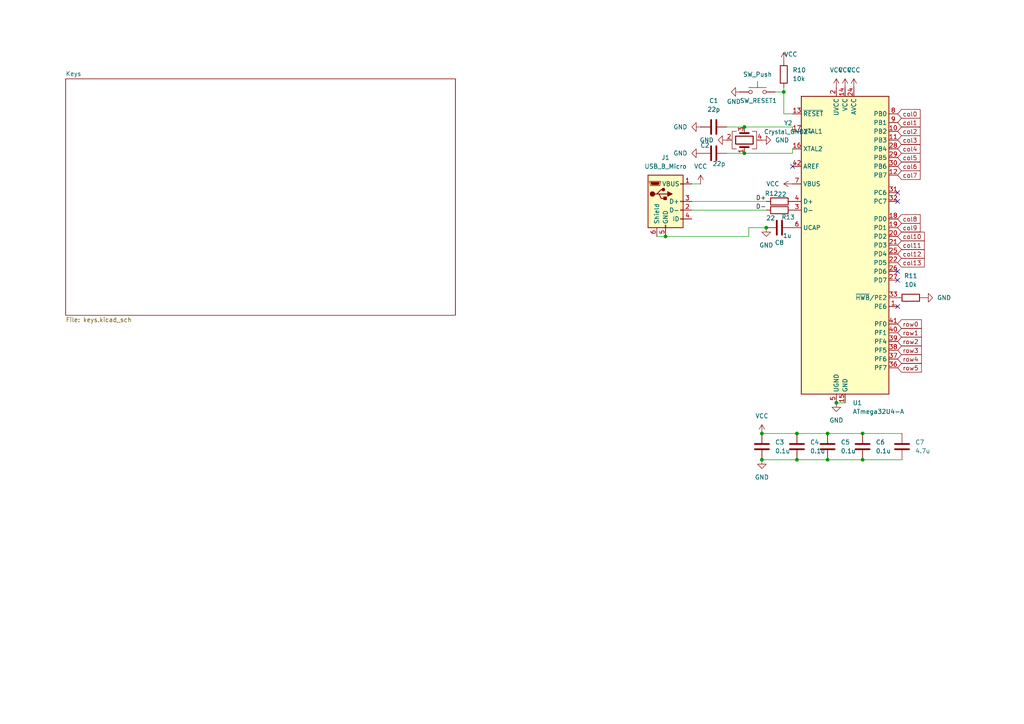
<source format=kicad_sch>
(kicad_sch (version 20231120) (generator "eeschema") (generator_version "8.0")
  (paper "A4")
  (lib_symbols
    (symbol "Connector:USB_B_Micro" (pin_names (offset 1.016))
      (property "Reference" "J" (at -5.08 11.43 0))
      (property "Value" "USB_B_Micro" (at -5.08 8.89 0))
      (symbol "USB_B_Micro_0_1"
        (rectangle (start -5.08 -7.62) (end 5.08 7.62) (stroke (width 0.254)) (fill (type background)))
        (circle (center -3.81 2.159) (radius 0.635) (stroke (width 0.254)) (fill (type outline)))
        (circle (center -0.635 3.429) (radius 0.381) (stroke (width 0.254)) (fill (type outline)))
        (rectangle (start -0.127 -7.62) (end 0.127 -6.858))
        (polyline (pts (xy -1.905 2.159) (xy 0.635 2.159)) (stroke (width 0.254)))
        (polyline (pts (xy -3.175 2.159) (xy -2.54 2.159) (xy -1.27 3.429) (xy -0.635 3.429)) (stroke (width 0.254)))
        (polyline (pts (xy -2.54 2.159) (xy -1.905 2.159) (xy -1.27 0.889) (xy 0 0.889)) (stroke (width 0.254)))
        (polyline (pts (xy 0.635 2.794) (xy 0.635 1.524) (xy 1.905 2.159) (xy 0.635 2.794)) (stroke (width 0.254)) (fill (type outline)))
        (polyline (pts (xy -4.318 5.588) (xy -1.778 5.588) (xy -2.032 4.826) (xy -4.064 4.826) (xy -4.318 5.588)) (fill (type outline)))
        (polyline (pts (xy -4.699 5.842) (xy -4.699 5.588) (xy -4.445 4.826) (xy -4.445 4.572) (xy -1.651 4.572) (xy -1.651 4.826) (xy -1.397 5.588) (xy -1.397 5.842) (xy -4.699 5.842)))
        (rectangle (start 0.254 1.27) (end -0.508 0.508) (stroke (width 0.254)) (fill (type outline)))
        (rectangle (start 5.08 -5.207) (end 4.318 -4.953))
        (rectangle (start 5.08 -2.667) (end 4.318 -2.413))
        (rectangle (start 5.08 -0.127) (end 4.318 0.127))
        (rectangle (start 5.08 4.953) (end 4.318 5.207))
      )
      (symbol "USB_B_Micro_1_1"
        (pin power_out line (at 7.62 5.08 180) (length 2.54) (name "VBUS") (number "1"))
        (pin bidirectional line (at 7.62 -2.54 180) (length 2.54) (name "D-") (number "2"))
        (pin bidirectional line (at 7.62 0 180) (length 2.54) (name "D+") (number "3"))
        (pin passive line (at 7.62 -5.08 180) (length 2.54) (name "ID") (number "4"))
        (pin power_out line (at 0 -10.16 90) (length 2.54) (name "GND") (number "5"))
        (pin passive line (at -2.54 -10.16 90) (length 2.54) (name "Shield") (number "6"))
      )
    )
    (symbol "Device:C" (pin_numbers hide) (pin_names (offset 0.254))
      (property "Reference" "C" (at 0.635 2.54 0))
      (property "Value" "C" (at 0.635 -2.54 0))
      (symbol "C_0_1"
        (polyline (pts (xy -2.032 -0.762) (xy 2.032 -0.762)) (stroke (width 0.508)))
        (polyline (pts (xy -2.032 0.762) (xy 2.032 0.762)) (stroke (width 0.508)))
      )
      (symbol "C_1_1"
        (pin passive line (at 0 3.81 270) (length 2.794) (name "~") (number "1"))
        (pin passive line (at 0 -3.81 90) (length 2.794) (name "~") (number "2"))
      )
    )
    (symbol "Device:Crystal_GND24" (pin_names (offset 1.016) hide)
      (property "Reference" "Y" (at 3.175 5.08 0))
      (property "Value" "Crystal_GND24" (at 3.175 3.175 0))
      (symbol "Crystal_GND24_0_1"
        (rectangle (start -1.143 2.54) (end 1.143 -2.54) (stroke (width 0.3048)))
        (polyline (pts (xy -2.54 0) (xy -2.032 0)))
        (polyline (pts (xy -2.032 -1.27) (xy -2.032 1.27)) (stroke (width 0.508)))
        (polyline (pts (xy 0 -3.81) (xy 0 -3.556)))
        (polyline (pts (xy 0 3.556) (xy 0 3.81)))
        (polyline (pts (xy 2.032 -1.27) (xy 2.032 1.27)) (stroke (width 0.508)))
        (polyline (pts (xy 2.032 0) (xy 2.54 0)))
        (polyline (pts (xy -2.54 -2.286) (xy -2.54 -3.556) (xy 2.54 -3.556) (xy 2.54 -2.286)))
        (polyline (pts (xy -2.54 2.286) (xy -2.54 3.556) (xy 2.54 3.556) (xy 2.54 2.286)))
      )
      (symbol "Crystal_GND24_1_1"
        (pin passive line (at -3.81 0 0) (length 1.27) (name "1") (number "1"))
        (pin passive line (at 0 5.08 270) (length 1.27) (name "2") (number "2"))
        (pin passive line (at 3.81 0 180) (length 1.27) (name "3") (number "3"))
        (pin passive line (at 0 -5.08 90) (length 1.27) (name "4") (number "4"))
      )
    )
    (symbol "Device:R" (pin_numbers hide) (pin_names (offset 0))
      (property "Reference" "R" (at 2.032 0 90))
      (property "Value" "R" (at 0 0 90))
      (symbol "R_0_1"
        (rectangle (start -1.016 -2.54) (end 1.016 2.54) (stroke (width 0.254)))
      )
      (symbol "R_1_1"
        (pin passive line (at 0 3.81 270) (length 1.27) (name "~") (number "1"))
        (pin passive line (at 0 -3.81 90) (length 1.27) (name "~") (number "2"))
      )
    )
    (symbol "MCU_Microchip_ATmega:ATmega32U4-A"
      (property "Reference" "U" (at -12.7 44.45 0))
      (property "Value" "ATmega32U4-A" (at 2.54 -44.45 0))
      (symbol "ATmega32U4-A_0_1"
        (rectangle (start -12.7 -43.18) (end 12.7 43.18) (stroke (width 0.254)) (fill (type background)))
      )
      (symbol "ATmega32U4-A_1_1"
        (pin bidirectional line (at 15.24 -17.78 180) (length 2.54) (name "PE6") (number "1"))
        (pin bidirectional line (at 15.24 33.02 180) (length 2.54) (name "PB2") (number "10"))
        (pin bidirectional line (at 15.24 30.48 180) (length 2.54) (name "PB3") (number "11"))
        (pin bidirectional line (at 15.24 20.32 180) (length 2.54) (name "PB7") (number "12"))
        (pin input line (at -15.24 38.1 0) (length 2.54) (name "~{RESET}") (number "13"))
        (pin power_in line (at 0 45.72 270) (length 2.54) (name "VCC") (number "14"))
        (pin power_in line (at 0 -45.72 90) (length 2.54) (name "GND") (number "15"))
        (pin output line (at -15.24 27.94 0) (length 2.54) (name "XTAL2") (number "16"))
        (pin input line (at -15.24 33.02 0) (length 2.54) (name "XTAL1") (number "17"))
        (pin bidirectional line (at 15.24 7.62 180) (length 2.54) (name "PD0") (number "18"))
        (pin bidirectional line (at 15.24 5.08 180) (length 2.54) (name "PD1") (number "19"))
        (pin power_in line (at -2.54 45.72 270) (length 2.54) (name "UVCC") (number "2"))
        (pin bidirectional line (at 15.24 2.54 180) (length 2.54) (name "PD2") (number "20"))
        (pin bidirectional line (at 15.24 0 180) (length 2.54) (name "PD3") (number "21"))
        (pin bidirectional line (at 15.24 -5.08 180) (length 2.54) (name "PD5") (number "22"))
        (pin passive line (at 0 -45.72 90) (length 2.54) hide (name "GND") (number "23"))
        (pin power_in line (at 2.54 45.72 270) (length 2.54) (name "AVCC") (number "24"))
        (pin bidirectional line (at 15.24 -2.54 180) (length 2.54) (name "PD4") (number "25"))
        (pin bidirectional line (at 15.24 -7.62 180) (length 2.54) (name "PD6") (number "26"))
        (pin bidirectional line (at 15.24 -10.16 180) (length 2.54) (name "PD7") (number "27"))
        (pin bidirectional line (at 15.24 27.94 180) (length 2.54) (name "PB4") (number "28"))
        (pin bidirectional line (at 15.24 25.4 180) (length 2.54) (name "PB5") (number "29"))
        (pin bidirectional line (at -15.24 10.16 0) (length 2.54) (name "D-") (number "3"))
        (pin bidirectional line (at 15.24 22.86 180) (length 2.54) (name "PB6") (number "30"))
        (pin bidirectional line (at 15.24 15.24 180) (length 2.54) (name "PC6") (number "31"))
        (pin bidirectional line (at 15.24 12.7 180) (length 2.54) (name "PC7") (number "32"))
        (pin bidirectional line (at 15.24 -15.24 180) (length 2.54) (name "~{HWB}/PE2") (number "33"))
        (pin passive line (at 0 45.72 270) (length 2.54) hide (name "VCC") (number "34"))
        (pin passive line (at 0 -45.72 90) (length 2.54) hide (name "GND") (number "35"))
        (pin bidirectional line (at 15.24 -35.56 180) (length 2.54) (name "PF7") (number "36"))
        (pin bidirectional line (at 15.24 -33.02 180) (length 2.54) (name "PF6") (number "37"))
        (pin bidirectional line (at 15.24 -30.48 180) (length 2.54) (name "PF5") (number "38"))
        (pin bidirectional line (at 15.24 -27.94 180) (length 2.54) (name "PF4") (number "39"))
        (pin bidirectional line (at -15.24 12.7 0) (length 2.54) (name "D+") (number "4"))
        (pin bidirectional line (at 15.24 -25.4 180) (length 2.54) (name "PF1") (number "40"))
        (pin bidirectional line (at 15.24 -22.86 180) (length 2.54) (name "PF0") (number "41"))
        (pin passive line (at -15.24 22.86 0) (length 2.54) (name "AREF") (number "42"))
        (pin passive line (at 0 -45.72 90) (length 2.54) hide (name "GND") (number "43"))
        (pin passive line (at 2.54 45.72 270) (length 2.54) hide (name "AVCC") (number "44"))
        (pin passive line (at -2.54 -45.72 90) (length 2.54) (name "UGND") (number "5"))
        (pin passive line (at -15.24 5.08 0) (length 2.54) (name "UCAP") (number "6"))
        (pin input line (at -15.24 17.78 0) (length 2.54) (name "VBUS") (number "7"))
        (pin bidirectional line (at 15.24 38.1 180) (length 2.54) (name "PB0") (number "8"))
        (pin bidirectional line (at 15.24 35.56 180) (length 2.54) (name "PB1") (number "9"))
      )
    )
    (symbol "Switch:SW_Push" (pin_numbers hide) (pin_names (offset 1.016) hide)
      (property "Reference" "SW" (at 1.27 2.54 0))
      (property "Value" "SW_Push" (at 0 -1.524 0))
      (symbol "SW_Push_0_1"
        (circle (center -2.032 0) (radius 0.508))
        (polyline (pts (xy 0 1.27) (xy 0 3.048)))
        (polyline (pts (xy 2.54 1.27) (xy -2.54 1.27)))
        (circle (center 2.032 0) (radius 0.508))
        (pin passive line (at -5.08 0 0) (length 2.54) (name "1") (number "1"))
        (pin passive line (at 5.08 0 180) (length 2.54) (name "2") (number "2"))
      )
    )
    (symbol "power:GND" (power) (pin_numbers hide) (pin_names (offset 0) hide)
      (property "Value" "GND" (at 0 -3.81 0))
      (symbol "GND_0_1"
        (polyline (pts (xy 0 0) (xy 0 -1.27) (xy 1.27 -1.27) (xy 0 -2.54) (xy -1.27 -1.27) (xy 0 -1.27)))
      )
      (symbol "GND_1_1"
        (pin power_in line (at 0 0 270) (length 0) (name "~") (number "1"))
      )
    )
    (symbol "power:VCC" (power) (pin_numbers hide) (pin_names (offset 0) hide)
      (property "Value" "VCC" (at 0 3.556 0))
      (symbol "VCC_0_1"
        (polyline (pts (xy -0.762 1.27) (xy 0 2.54)))
        (polyline (pts (xy 0 0) (xy 0 2.54)))
        (polyline (pts (xy 0 2.54) (xy 0.762 1.27)))
      )
      (symbol "VCC_1_1"
        (pin power_in line (at 0 0 90) (length 0) (name "~") (number "1"))
      )
    )
  )
  (junction (at 227.33 26.67))
  (junction (at 231.14 133.35))
  (junction (at 240.03 125.73))
  (junction (at 193.04 68.58))
  (junction (at 215.9 36.83))
  (junction (at 250.19 125.73))
  (junction (at 220.98 133.35))
  (junction (at 215.9 44.45))
  (junction (at 222.25 66.04))
  (junction (at 220.98 125.73))
  (junction (at 231.14 125.73))
  (junction (at 242.57 116.84))
  (junction (at 250.19 133.35))
  (junction (at 240.03 133.35))
  (no_connect (at 260.35 88.9))
  (no_connect (at 260.35 78.74))
  (no_connect (at 260.35 58.42))
  (no_connect (at 260.35 55.88))
  (no_connect (at 229.87 48.26))
  (no_connect (at 260.35 81.28))
  (wire (pts (xy 220.98 125.73) (xy 231.14 125.73)))
  (wire (pts (xy 200.66 60.96) (xy 222.25 60.96)))
  (wire (pts (xy 215.9 36.83) (xy 229.87 36.83)))
  (wire (pts (xy 200.66 53.34) (xy 203.2 53.34)))
  (wire (pts (xy 217.17 68.58) (xy 217.17 66.04)))
  (wire (pts (xy 227.33 33.02) (xy 227.33 26.67)))
  (wire (pts (xy 242.57 116.84) (xy 245.11 116.84)))
  (wire (pts (xy 220.98 133.35) (xy 231.14 133.35)))
  (wire (pts (xy 215.9 44.45) (xy 229.87 44.45)))
  (wire (pts (xy 190.5 68.58) (xy 193.04 68.58)))
  (wire (pts (xy 240.03 125.73) (xy 250.19 125.73)))
  (wire (pts (xy 231.14 125.73) (xy 240.03 125.73)))
  (wire (pts (xy 229.87 33.02) (xy 227.33 33.02)))
  (wire (pts (xy 231.14 133.35) (xy 240.03 133.35)))
  (wire (pts (xy 210.82 36.83) (xy 215.9 36.83)))
  (wire (pts (xy 229.87 36.83) (xy 229.87 38.1)))
  (wire (pts (xy 227.33 26.67) (xy 227.33 25.4)))
  (wire (pts (xy 210.82 44.45) (xy 215.9 44.45)))
  (wire (pts (xy 224.79 26.67) (xy 227.33 26.67)))
  (wire (pts (xy 200.66 58.42) (xy 222.25 58.42)))
  (wire (pts (xy 229.87 44.45) (xy 229.87 43.18)))
  (wire (pts (xy 250.19 125.73) (xy 261.62 125.73)))
  (wire (pts (xy 240.03 133.35) (xy 250.19 133.35)))
  (wire (pts (xy 250.19 133.35) (xy 261.62 133.35)))
  (wire (pts (xy 193.04 68.58) (xy 217.17 68.58)))
  (wire (pts (xy 217.17 66.04) (xy 222.25 66.04)))
  (label "D-" (at 222.25 60.96 180))
  (label "D+" (at 222.25 58.42 180))
  (global_label "row5" (shape input) (at 260.35 106.68 0) (property "Intersheetrefs" "${INTERSHEET_REFS}" (effects (hide yes))))
  (global_label "col9" (shape input) (at 260.35 66.04 0) (property "Intersheetrefs" "${INTERSHEET_REFS}" (effects (hide yes))))
  (global_label "col5" (shape input) (at 260.35 45.72 0) (property "Intersheetrefs" "${INTERSHEET_REFS}" (effects (hide yes))))
  (global_label "col10" (shape input) (at 260.35 68.58 0) (property "Intersheetrefs" "${INTERSHEET_REFS}" (effects (hide yes))))
  (global_label "row2" (shape input) (at 260.35 99.06 0) (property "Intersheetrefs" "${INTERSHEET_REFS}" (effects (hide yes))))
  (global_label "col3" (shape input) (at 260.35 40.64 0) (property "Intersheetrefs" "${INTERSHEET_REFS}" (effects (hide yes))))
  (global_label "row1" (shape input) (at 260.35 96.52 0) (property "Intersheetrefs" "${INTERSHEET_REFS}" (effects (hide yes))))
  (global_label "col7" (shape input) (at 260.35 50.8 0) (property "Intersheetrefs" "${INTERSHEET_REFS}" (effects (hide yes))))
  (global_label "col8" (shape input) (at 260.35 63.5 0) (property "Intersheetrefs" "${INTERSHEET_REFS}" (effects (hide yes))))
  (global_label "row4" (shape input) (at 260.35 104.14 0) (property "Intersheetrefs" "${INTERSHEET_REFS}" (effects (hide yes))))
  (global_label "col12" (shape input) (at 260.35 73.66 0) (property "Intersheetrefs" "${INTERSHEET_REFS}" (effects (hide yes))))
  (global_label "row3" (shape input) (at 260.35 101.6 0) (property "Intersheetrefs" "${INTERSHEET_REFS}" (effects (hide yes))))
  (global_label "col0" (shape input) (at 260.35 33.02 0) (property "Intersheetrefs" "${INTERSHEET_REFS}" (effects (hide yes))))
  (global_label "col6" (shape input) (at 260.35 48.26 0) (property "Intersheetrefs" "${INTERSHEET_REFS}" (effects (hide yes))))
  (global_label "col1" (shape input) (at 260.35 35.56 0) (property "Intersheetrefs" "${INTERSHEET_REFS}" (effects (hide yes))))
  (global_label "col4" (shape input) (at 260.35 43.18 0) (property "Intersheetrefs" "${INTERSHEET_REFS}" (effects (hide yes))))
  (global_label "col2" (shape input) (at 260.35 38.1 0) (property "Intersheetrefs" "${INTERSHEET_REFS}" (effects (hide yes))))
  (global_label "col13" (shape input) (at 260.35 76.2 0) (property "Intersheetrefs" "${INTERSHEET_REFS}" (effects (hide yes))))
  (global_label "col11" (shape input) (at 260.35 71.12 0) (property "Intersheetrefs" "${INTERSHEET_REFS}" (effects (hide yes))))
  (global_label "row0" (shape input) (at 260.35 93.98 0) (property "Intersheetrefs" "${INTERSHEET_REFS}" (effects (hide yes))))
  (symbol (lib_id "Device:C") (at 261.62 129.54 0) (unit 1)
    (property "Reference" "C7" (at 265.43 128.2699 0) (effects (justify left)))
    (property "Value" "4.7u" (at 265.43 130.8099 0) (effects (justify left)))
    (property "Footprint" "Capacitor_SMD:C_0603_1608Metric" (effects (hide yes)))
    (property "Description" "Unpolarized capacitor" (effects (hide yes)))
  )
  (symbol (lib_id "Switch:SW_Push") (at 219.71 26.67 0) (unit 1)
    (property "Reference" "SW_RESET1" (at 219.964 29.21 0))
    (property "Value" "SW_Push" (at 219.71 21.59 0))
    (property "Footprint" "Button_Switch_SMD:SW_SPST_TL3342" (effects (hide yes)))
    (property "Description" "Push button switch, generic, two pins" (effects (hide yes)))
  )
  (symbol (lib_id "power:VCC") (at 227.33 17.78 0) (unit 1)
    (property "Reference" "#PWR024" (effects (hide yes)))
    (property "Value" "VCC" (at 229.362 15.748 0))
    (property "Description" "Power symbol creates a global label with name \"VCC\"" (effects (hide yes)))
  )
  (symbol (lib_id "MCU_Microchip_ATmega:ATmega32U4-A") (at 245.11 71.12 0) (unit 1)
    (property "Reference" "U1" (at 247.3041 116.84 0) (effects (justify left)))
    (property "Value" "ATmega32U4-A" (at 247.3041 119.38 0) (effects (justify left)))
    (property "Footprint" "Package_QFP:TQFP-44_10x10mm_P0.8mm" (effects (hide yes)))
    (property "Datasheet" "http://ww1.microchip.com/downloads/en/DeviceDoc/Atmel-7766-8-bit-AVR-ATmega16U4-32U4_Datasheet.pdf" (effects (hide yes)))
    (property "Description" "16MHz, 32kB Flash, 2.5kB SRAM, 1kB EEPROM, USB 2.0, TQFP-44" (effects (hide yes)))
  )
  (symbol (lib_id "power:GND") (at 220.98 40.64 90) (unit 1)
    (property "Reference" "#PWR02" (effects (hide yes)))
    (property "Value" "GND" (at 224.79 40.6399 90) (effects (justify right)))
    (property "Description" "Power symbol creates a global label with name \"GND\" , ground" (effects (hide yes)))
  )
  (symbol (lib_id "power:GND") (at 267.97 86.36 90) (unit 1)
    (property "Reference" "#PWR025" (effects (hide yes)))
    (property "Value" "GND" (at 271.78 86.3599 90) (effects (justify right)))
    (property "Description" "Power symbol creates a global label with name \"GND\" , ground" (effects (hide yes)))
  )
  (symbol (lib_id "Device:C") (at 240.03 129.54 0) (unit 1)
    (property "Reference" "C5" (at 243.84 128.2699 0) (effects (justify left)))
    (property "Value" "0.1u" (at 243.84 130.8099 0) (effects (justify left)))
    (property "Footprint" "Capacitor_SMD:C_0603_1608Metric" (effects (hide yes)))
    (property "Description" "Unpolarized capacitor" (effects (hide yes)))
  )
  (symbol (lib_id "Device:C") (at 250.19 129.54 0) (unit 1)
    (property "Reference" "C6" (at 254 128.2699 0) (effects (justify left)))
    (property "Value" "0.1u" (at 254 130.8099 0) (effects (justify left)))
    (property "Footprint" "Capacitor_SMD:C_0603_1608Metric" (effects (hide yes)))
    (property "Description" "Unpolarized capacitor" (effects (hide yes)))
  )
  (symbol (lib_id "Device:C") (at 231.14 129.54 0) (unit 1)
    (property "Reference" "C4" (at 234.95 128.2699 0) (effects (justify left)))
    (property "Value" "0.1u" (at 234.95 130.8099 0) (effects (justify left)))
    (property "Footprint" "Capacitor_SMD:C_0603_1608Metric" (effects (hide yes)))
    (property "Description" "Unpolarized capacitor" (effects (hide yes)))
  )
  (symbol (lib_id "power:VCC") (at 203.2 53.34 0) (unit 1)
    (property "Reference" "#PWR026" (effects (hide yes)))
    (property "Value" "VCC" (at 203.2 48.26 0))
    (property "Description" "Power symbol creates a global label with name \"VCC\"" (effects (hide yes)))
  )
  (symbol (lib_id "power:GND") (at 214.63 26.67 270) (unit 1)
    (property "Reference" "#PWR023" (effects (hide yes)))
    (property "Value" "GND" (at 214.884 29.464 90) (effects (justify right)))
    (property "Description" "Power symbol creates a global label with name \"GND\" , ground" (effects (hide yes)))
  )
  (symbol (lib_id "Device:C") (at 207.01 36.83 90) (unit 1)
    (property "Reference" "C1" (at 207.01 29.21 90))
    (property "Value" "22p" (at 207.01 31.75 90))
    (property "Footprint" "Capacitor_SMD:C_0603_1608Metric" (effects (hide yes)))
    (property "Description" "Unpolarized capacitor" (effects (hide yes)))
  )
  (symbol (lib_id "power:GND") (at 210.82 40.64 270) (unit 1)
    (property "Reference" "#PWR01" (effects (hide yes)))
    (property "Value" "GND" (at 207.01 40.6399 90) (effects (justify right)))
    (property "Description" "Power symbol creates a global label with name \"GND\" , ground" (effects (hide yes)))
  )
  (symbol (lib_id "Device:Crystal_GND24") (at 215.9 40.64 90) (unit 1)
    (property "Reference" "Y2" (at 228.6 35.6868 90))
    (property "Value" "Crystal_GND24" (at 228.6 38.2268 90))
    (property "Footprint" "Crystal:Crystal_SMD_SeikoEpson_FA238-4Pin_3.2x2.5mm" (effects (hide yes)))
    (property "Description" "Four pin crystal, GND on pins 2 and 4" (effects (hide yes)))
  )
  (symbol (lib_id "Device:R") (at 264.16 86.36 90) (unit 1)
    (property "Reference" "R11" (at 264.16 80.01 90))
    (property "Value" "10k" (at 264.16 82.55 90))
    (property "Footprint" "Resistor_SMD:R_0603_1608Metric" (effects (hide yes)))
    (property "Description" "Resistor" (effects (hide yes)))
  )
  (symbol (lib_id "Device:R") (at 227.33 21.59 0) (unit 1)
    (property "Reference" "R10" (at 229.87 20.3199 0) (effects (justify left)))
    (property "Value" "10k" (at 229.87 22.8599 0) (effects (justify left)))
    (property "Footprint" "Resistor_SMD:R_0603_1608Metric" (effects (hide yes)))
    (property "Description" "Resistor" (effects (hide yes)))
  )
  (symbol (lib_id "Device:C") (at 226.06 66.04 90) (unit 1)
    (property "Reference" "C8" (at 226.06 70.358 90))
    (property "Value" "1u" (at 228.346 68.326 90))
    (property "Footprint" "Capacitor_SMD:C_0603_1608Metric" (effects (hide yes)))
    (property "Description" "Unpolarized capacitor" (effects (hide yes)))
  )
  (symbol (lib_id "power:VCC") (at 245.11 25.4 0) (unit 1)
    (property "Reference" "#PWR031" (effects (hide yes)))
    (property "Value" "VCC" (at 245.11 20.32 0))
    (property "Description" "Power symbol creates a global label with name \"VCC\"" (effects (hide yes)))
  )
  (symbol (lib_id "Device:C") (at 220.98 129.54 0) (unit 1)
    (property "Reference" "C3" (at 224.79 128.2699 0) (effects (justify left)))
    (property "Value" "0.1u" (at 224.79 130.8099 0) (effects (justify left)))
    (property "Footprint" "Capacitor_SMD:C_0603_1608Metric" (effects (hide yes)))
    (property "Description" "Unpolarized capacitor" (effects (hide yes)))
  )
  (symbol (lib_id "Device:R") (at 226.06 58.42 90) (unit 1)
    (property "Reference" "R12" (at 223.774 56.134 90))
    (property "Value" "22" (at 226.822 56.388 90))
    (property "Footprint" "Resistor_SMD:R_0603_1608Metric" (effects (hide yes)))
    (property "Description" "Resistor" (effects (hide yes)))
  )
  (symbol (lib_id "power:GND") (at 222.25 66.04 0) (unit 1)
    (property "Reference" "#PWR027" (effects (hide yes)))
    (property "Value" "GND" (at 222.25 71.12 0))
    (property "Description" "Power symbol creates a global label with name \"GND\" , ground" (effects (hide yes)))
  )
  (symbol (lib_id "power:GND") (at 242.57 116.84 0) (unit 1)
    (property "Reference" "#PWR028" (effects (hide yes)))
    (property "Value" "GND" (at 242.57 121.92 0))
    (property "Description" "Power symbol creates a global label with name \"GND\" , ground" (effects (hide yes)))
  )
  (symbol (lib_id "power:GND") (at 220.98 133.35 0) (unit 1)
    (property "Reference" "#PWR021" (effects (hide yes)))
    (property "Value" "GND" (at 220.98 138.43 0))
    (property "Description" "Power symbol creates a global label with name \"GND\" , ground" (effects (hide yes)))
  )
  (symbol (lib_id "Connector:USB_B_Micro") (at 193.04 58.42 0) (unit 1)
    (property "Reference" "J1" (at 193.04 45.72 0))
    (property "Value" "USB_B_Micro" (at 193.04 48.26 0))
    (property "Footprint" "Connector_USB:USB_Micro-B_Amphenol_10118194_Horizontal" (effects (hide yes)))
    (property "Description" "USB Micro Type B connector" (effects (hide yes)))
  )
  (symbol (lib_id "Device:R") (at 226.06 60.96 270) (unit 1)
    (property "Reference" "R13" (at 228.6 62.992 90))
    (property "Value" "22" (at 223.52 63.246 90))
    (property "Footprint" "Resistor_SMD:R_0603_1608Metric" (effects (hide yes)))
    (property "Description" "Resistor" (effects (hide yes)))
  )
  (symbol (lib_id "power:GND") (at 203.2 36.83 270) (unit 1)
    (property "Reference" "#PWR019" (effects (hide yes)))
    (property "Value" "GND" (at 199.39 36.8299 90) (effects (justify right)))
    (property "Description" "Power symbol creates a global label with name \"GND\" , ground" (effects (hide yes)))
  )
  (symbol (lib_id "power:VCC") (at 242.57 25.4 0) (unit 1)
    (property "Reference" "#PWR029" (effects (hide yes)))
    (property "Value" "VCC" (at 242.57 20.32 0))
    (property "Description" "Power symbol creates a global label with name \"VCC\"" (effects (hide yes)))
  )
  (symbol (lib_id "power:GND") (at 203.2 44.45 270) (unit 1)
    (property "Reference" "#PWR020" (effects (hide yes)))
    (property "Value" "GND" (at 199.39 44.4499 90) (effects (justify right)))
    (property "Description" "Power symbol creates a global label with name \"GND\" , ground" (effects (hide yes)))
  )
  (symbol (lib_id "power:VCC") (at 229.87 53.34 90) (unit 1)
    (property "Reference" "#PWR032" (effects (hide yes)))
    (property "Value" "VCC" (at 226.06 53.3399 90) (effects (justify left)))
    (property "Description" "Power symbol creates a global label with name \"VCC\"" (effects (hide yes)))
  )
  (symbol (lib_id "power:VCC") (at 247.65 25.4 0) (unit 1)
    (property "Reference" "#PWR030" (effects (hide yes)))
    (property "Value" "VCC" (at 247.65 20.32 0))
    (property "Description" "Power symbol creates a global label with name \"VCC\"" (effects (hide yes)))
  )
  (symbol (lib_id "Device:C") (at 207.01 44.45 90) (unit 1)
    (property "Reference" "C2" (at 204.47 42.164 90))
    (property "Value" "22p" (at 208.534 47.498 90))
    (property "Footprint" "Capacitor_SMD:C_0603_1608Metric" (effects (hide yes)))
    (property "Description" "Unpolarized capacitor" (effects (hide yes)))
  )
  (symbol (lib_id "power:VCC") (at 220.98 125.73 0) (unit 1)
    (property "Reference" "#PWR022" (effects (hide yes)))
    (property "Value" "VCC" (at 220.98 120.65 0))
    (property "Description" "Power symbol creates a global label with name \"VCC\"" (effects (hide yes)))
  )
  (sheet (at 19.05 22.86) (size 113.03 68.58) (stroke (width 0.1524))
    (property "Sheetname" "Keys" (at 19.05 22.1484 0) (effects (justify left bottom)))
    (property "Sheetfile" "keys.kicad_sch" (at 19.05 92.0246 0) (effects (justify left top)))
  )
)
</source>
